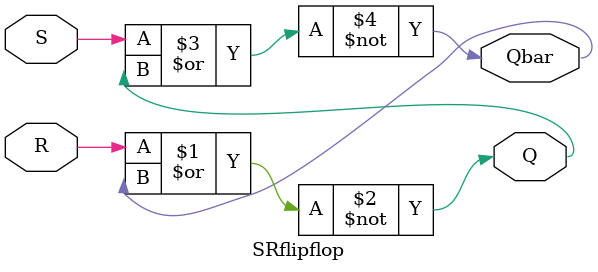
<source format=v>
module SRflipflop(
    input S, R,        // Set and Reset inputs
    output Q, Qbar     // Outputs
);
    assign Q = ~(R | Qbar);   // NOR-based latch
    assign Qbar = ~(S | Q);   // Complementary output
endmodule

</source>
